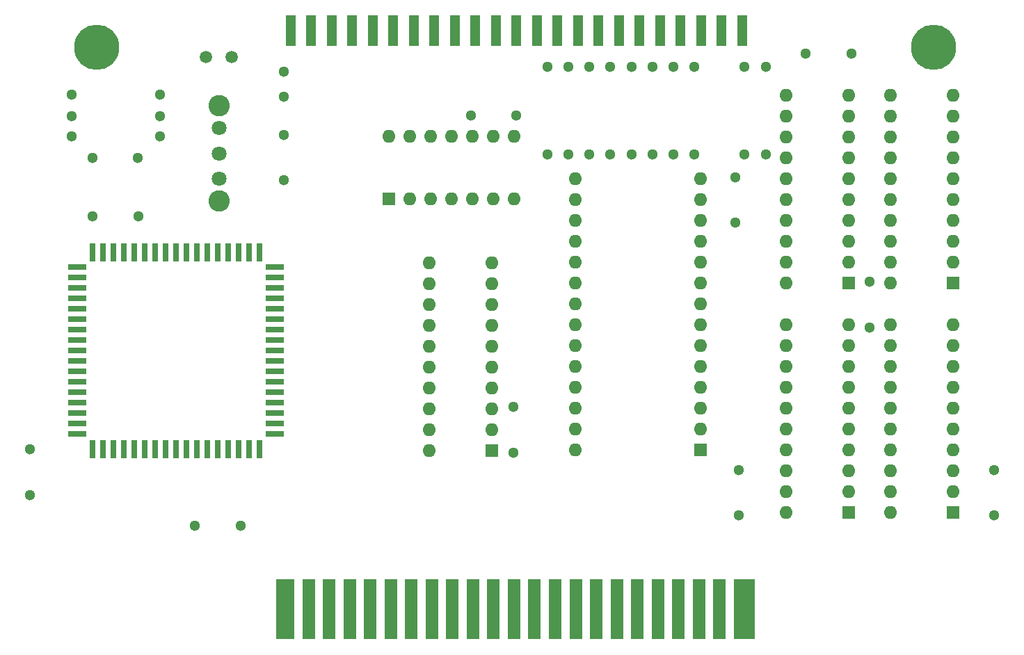
<source format=gbr>
%TF.GenerationSoftware,KiCad,Pcbnew,(6.0.2)*%
%TF.CreationDate,2022-11-25T01:59:39-06:00*%
%TF.ProjectId,Game Genie v1.0,47616d65-2047-4656-9e69-652076312e30,rev?*%
%TF.SameCoordinates,Original*%
%TF.FileFunction,Soldermask,Top*%
%TF.FilePolarity,Negative*%
%FSLAX46Y46*%
G04 Gerber Fmt 4.6, Leading zero omitted, Abs format (unit mm)*
G04 Created by KiCad (PCBNEW (6.0.2)) date 2022-11-25 01:59:39*
%MOMM*%
%LPD*%
G01*
G04 APERTURE LIST*
%ADD10C,1.300000*%
%ADD11R,1.600000X1.600000*%
%ADD12O,1.600000X1.600000*%
%ADD13R,1.300000X3.800000*%
%ADD14C,5.500000*%
%ADD15R,0.750000X2.300000*%
%ADD16R,2.300000X0.750000*%
%ADD17C,1.800000*%
%ADD18C,2.600000*%
%ADD19C,1.500000*%
%ADD20R,2.250000X7.350000*%
%ADD21R,1.500000X7.350000*%
%ADD22R,2.500000X7.350000*%
G04 APERTURE END LIST*
D10*
%TO.C,C2*%
X93671000Y-85783000D03*
X99221000Y-85783000D03*
%TD*%
%TO.C,C12*%
X172277000Y-122219000D03*
X172277000Y-116669000D03*
%TD*%
D11*
%TO.C,U5*%
X198403000Y-121869000D03*
D12*
X198403000Y-119329000D03*
X198403000Y-116789000D03*
X198403000Y-114249000D03*
X198403000Y-111709000D03*
X198403000Y-109169000D03*
X198403000Y-106629000D03*
X198403000Y-104089000D03*
X198403000Y-101549000D03*
X198403000Y-99009000D03*
X190783000Y-99009000D03*
X190783000Y-101549000D03*
X190783000Y-104089000D03*
X190783000Y-106629000D03*
X190783000Y-109169000D03*
X190783000Y-111709000D03*
X190783000Y-114249000D03*
X190783000Y-116789000D03*
X190783000Y-119329000D03*
X190783000Y-121869000D03*
%TD*%
D10*
%TO.C,D3*%
X175634000Y-78250000D03*
X175634000Y-67550000D03*
%TD*%
D13*
%TO.C,J1*%
X117768000Y-63196000D03*
X120265727Y-63196000D03*
X122763454Y-63196000D03*
X125261181Y-63196000D03*
X127758908Y-63196000D03*
X130256635Y-63196000D03*
X132754362Y-63196000D03*
X135252089Y-63196000D03*
X137749816Y-63196000D03*
X140247543Y-63196000D03*
X142745270Y-63196000D03*
X145242997Y-63196000D03*
X147740724Y-63196000D03*
X150238451Y-63196000D03*
X152736178Y-63196000D03*
X155233905Y-63196000D03*
X157731632Y-63196000D03*
X160229359Y-63196000D03*
X162727086Y-63196000D03*
X165224813Y-63196000D03*
X167722540Y-63196000D03*
X170220267Y-63196000D03*
X172718000Y-63196000D03*
%TD*%
D10*
%TO.C,D4*%
X172988000Y-78250000D03*
X172988000Y-67550000D03*
%TD*%
%TO.C,R3*%
X149051000Y-78250000D03*
X149051000Y-67550000D03*
%TD*%
D11*
%TO.C,U6*%
X185699000Y-121869000D03*
D12*
X185699000Y-119329000D03*
X185699000Y-116789000D03*
X185699000Y-114249000D03*
X185699000Y-111709000D03*
X185699000Y-109169000D03*
X185699000Y-106629000D03*
X185699000Y-104089000D03*
X185699000Y-101549000D03*
X185699000Y-99009000D03*
X178079000Y-99009000D03*
X178079000Y-101549000D03*
X178079000Y-104089000D03*
X178079000Y-106629000D03*
X178079000Y-109169000D03*
X178079000Y-111709000D03*
X178079000Y-114249000D03*
X178079000Y-116789000D03*
X178079000Y-119329000D03*
X178079000Y-121869000D03*
%TD*%
D11*
%TO.C,U7*%
X185699000Y-93924000D03*
D12*
X185699000Y-91384000D03*
X185699000Y-88844000D03*
X185699000Y-86304000D03*
X185699000Y-83764000D03*
X185699000Y-81224000D03*
X185699000Y-78684000D03*
X185699000Y-76144000D03*
X185699000Y-73604000D03*
X185699000Y-71064000D03*
X178079000Y-71064000D03*
X178079000Y-73604000D03*
X178079000Y-76144000D03*
X178079000Y-78684000D03*
X178079000Y-81224000D03*
X178079000Y-83764000D03*
X178079000Y-86304000D03*
X178079000Y-88844000D03*
X178079000Y-91384000D03*
X178079000Y-93924000D03*
%TD*%
D10*
%TO.C,C9*%
X180442000Y-65954000D03*
X185992000Y-65954000D03*
%TD*%
%TO.C,C8*%
X139706000Y-73505000D03*
X145256000Y-73505000D03*
%TD*%
%TO.C,R7*%
X151603000Y-78250000D03*
X151603000Y-67550000D03*
%TD*%
%TO.C,C4*%
X86012000Y-119706000D03*
X86012000Y-114156000D03*
%TD*%
D11*
%TO.C,U3*%
X142238000Y-114349000D03*
D12*
X142238000Y-111809000D03*
X142238000Y-109269000D03*
X142238000Y-106729000D03*
X142238000Y-104189000D03*
X142238000Y-101649000D03*
X142238000Y-99109000D03*
X142238000Y-96569000D03*
X142238000Y-94029000D03*
X142238000Y-91489000D03*
X134618000Y-91489000D03*
X134618000Y-94029000D03*
X134618000Y-96569000D03*
X134618000Y-99109000D03*
X134618000Y-101649000D03*
X134618000Y-104189000D03*
X134618000Y-106729000D03*
X134618000Y-109269000D03*
X134618000Y-111809000D03*
X134618000Y-114349000D03*
%TD*%
D10*
%TO.C,C6*%
X106137000Y-123437000D03*
X111687000Y-123437000D03*
%TD*%
%TO.C,R6*%
X159240000Y-78250000D03*
X159240000Y-67550000D03*
%TD*%
%TO.C,R4*%
X166906000Y-78250000D03*
X166906000Y-67550000D03*
%TD*%
D11*
%TO.C,U8*%
X198403000Y-93924000D03*
D12*
X198403000Y-91384000D03*
X198403000Y-88844000D03*
X198403000Y-86304000D03*
X198403000Y-83764000D03*
X198403000Y-81224000D03*
X198403000Y-78684000D03*
X198403000Y-76144000D03*
X198403000Y-73604000D03*
X198403000Y-71064000D03*
X190783000Y-71064000D03*
X190783000Y-73604000D03*
X190783000Y-76144000D03*
X190783000Y-78684000D03*
X190783000Y-81224000D03*
X190783000Y-83764000D03*
X190783000Y-86304000D03*
X190783000Y-88844000D03*
X190783000Y-91384000D03*
X190783000Y-93924000D03*
%TD*%
D10*
%TO.C,C13*%
X171873000Y-86561000D03*
X171873000Y-81011000D03*
%TD*%
%TO.C,R9*%
X156669000Y-78250000D03*
X156669000Y-67550000D03*
%TD*%
%TO.C,C10*%
X93633000Y-78634000D03*
X99183000Y-78634000D03*
%TD*%
%TO.C,R10*%
X161792000Y-78250000D03*
X161792000Y-67550000D03*
%TD*%
D11*
%TO.C,U4*%
X129692000Y-83635000D03*
D12*
X132232000Y-83635000D03*
X134772000Y-83635000D03*
X137312000Y-83635000D03*
X139852000Y-83635000D03*
X142392000Y-83635000D03*
X144932000Y-83635000D03*
X144932000Y-76015000D03*
X142392000Y-76015000D03*
X139852000Y-76015000D03*
X137312000Y-76015000D03*
X134772000Y-76015000D03*
X132232000Y-76015000D03*
X129692000Y-76015000D03*
%TD*%
D14*
%TO.C,Hole1*%
X94128500Y-65168400D03*
%TD*%
D10*
%TO.C,C3*%
X116915000Y-81408000D03*
X116915000Y-75858000D03*
%TD*%
D15*
%TO.C,U1*%
X103815000Y-114148000D03*
X105085000Y-114148000D03*
X106355000Y-114148000D03*
X107625000Y-114148000D03*
X108895000Y-114148000D03*
X110165000Y-114148000D03*
X111435000Y-114148000D03*
X112705000Y-114148000D03*
X113975000Y-114148000D03*
D16*
X115815000Y-112308000D03*
X115815000Y-111038000D03*
X115815000Y-109768000D03*
X115815000Y-108498000D03*
X115815000Y-107228000D03*
X115815000Y-105958000D03*
X115815000Y-104688000D03*
X115815000Y-103418000D03*
X115815000Y-102148000D03*
X115815000Y-100878000D03*
X115815000Y-99608000D03*
X115815000Y-98338000D03*
X115815000Y-97068000D03*
X115815000Y-95798000D03*
X115815000Y-94528000D03*
X115815000Y-93258000D03*
X115815000Y-91988000D03*
D15*
X113975000Y-90148000D03*
X112705000Y-90148000D03*
X111435000Y-90148000D03*
X110165000Y-90148000D03*
X108895000Y-90148000D03*
X107625000Y-90148000D03*
X106355000Y-90148000D03*
X105085000Y-90148000D03*
X103815000Y-90148000D03*
X102545000Y-90148000D03*
X101275000Y-90148000D03*
X100005000Y-90148000D03*
X98735000Y-90148000D03*
X97465000Y-90148000D03*
X96195000Y-90148000D03*
X94925000Y-90148000D03*
X93655000Y-90148000D03*
D16*
X91815000Y-91988000D03*
X91815000Y-93258000D03*
X91815000Y-94528000D03*
X91815000Y-95798000D03*
X91815000Y-97068000D03*
X91815000Y-98338000D03*
X91815000Y-99608000D03*
X91815000Y-100878000D03*
X91815000Y-102148000D03*
X91815000Y-103418000D03*
X91815000Y-104688000D03*
X91815000Y-105958000D03*
X91815000Y-107228000D03*
X91815000Y-108498000D03*
X91815000Y-109768000D03*
X91815000Y-111038000D03*
X91815000Y-112308000D03*
D15*
X93655000Y-114148000D03*
X94925000Y-114148000D03*
X96195000Y-114148000D03*
X97465000Y-114148000D03*
X98735000Y-114148000D03*
X100005000Y-114148000D03*
X101275000Y-114148000D03*
X102545000Y-114148000D03*
%TD*%
D10*
%TO.C,R8*%
X154136000Y-78250000D03*
X154136000Y-67550000D03*
%TD*%
%TO.C,R1*%
X91137000Y-73554000D03*
X101837000Y-73554000D03*
%TD*%
D17*
%TO.C,S1*%
X109051000Y-81223000D03*
X109051000Y-78123000D03*
X109051000Y-75023000D03*
D18*
X109051000Y-83923000D03*
X109051000Y-72323000D03*
%TD*%
D10*
%TO.C,C5*%
X144872000Y-114533000D03*
X144872000Y-108983000D03*
%TD*%
%TO.C,C11*%
X188185000Y-99319000D03*
X188185000Y-93769000D03*
%TD*%
%TO.C,D1*%
X91137000Y-70969000D03*
X101837000Y-70969000D03*
%TD*%
D19*
%TO.C,D2*%
X107428000Y-66413000D03*
X110628000Y-66413000D03*
%TD*%
D10*
%TO.C,R5*%
X164344000Y-78250000D03*
X164344000Y-67550000D03*
%TD*%
%TO.C,C7*%
X203420000Y-122210000D03*
X203420000Y-116660000D03*
%TD*%
%TO.C,C1*%
X116943000Y-71247000D03*
X116943000Y-68147000D03*
%TD*%
D11*
%TO.C,U2*%
X167672000Y-114249000D03*
D12*
X167672000Y-111709000D03*
X167672000Y-109169000D03*
X167672000Y-106629000D03*
X167672000Y-104089000D03*
X167672000Y-101549000D03*
X167672000Y-99009000D03*
X167672000Y-96469000D03*
X167672000Y-93929000D03*
X167672000Y-91389000D03*
X167672000Y-88849000D03*
X167672000Y-86309000D03*
X167672000Y-83769000D03*
X167672000Y-81229000D03*
X152432000Y-81229000D03*
X152432000Y-83769000D03*
X152432000Y-86309000D03*
X152432000Y-88849000D03*
X152432000Y-91389000D03*
X152432000Y-93929000D03*
X152432000Y-96469000D03*
X152432000Y-99009000D03*
X152432000Y-101549000D03*
X152432000Y-104089000D03*
X152432000Y-106629000D03*
X152432000Y-109169000D03*
X152432000Y-111709000D03*
X152432000Y-114249000D03*
%TD*%
D20*
%TO.C,P1*%
X117084000Y-133626000D03*
D21*
X119959000Y-133626000D03*
X122459000Y-133626000D03*
X124959000Y-133626000D03*
X127459000Y-133626000D03*
X129959000Y-133626000D03*
X132459000Y-133626000D03*
X134959000Y-133626000D03*
X137459000Y-133626000D03*
X139959000Y-133626000D03*
X142459000Y-133626000D03*
X144959000Y-133626000D03*
X147459000Y-133626000D03*
X149959000Y-133626000D03*
X152459000Y-133626000D03*
X154959000Y-133626000D03*
X157459000Y-133626000D03*
X159959000Y-133626000D03*
X162459000Y-133626000D03*
X164959000Y-133626000D03*
X167459000Y-133626000D03*
X169959000Y-133626000D03*
D22*
X172959000Y-133626000D03*
%TD*%
D14*
%TO.C,Hole2*%
X196048500Y-65168400D03*
%TD*%
D10*
%TO.C,R2*%
X91137000Y-76067000D03*
X101837000Y-76067000D03*
%TD*%
M02*

</source>
